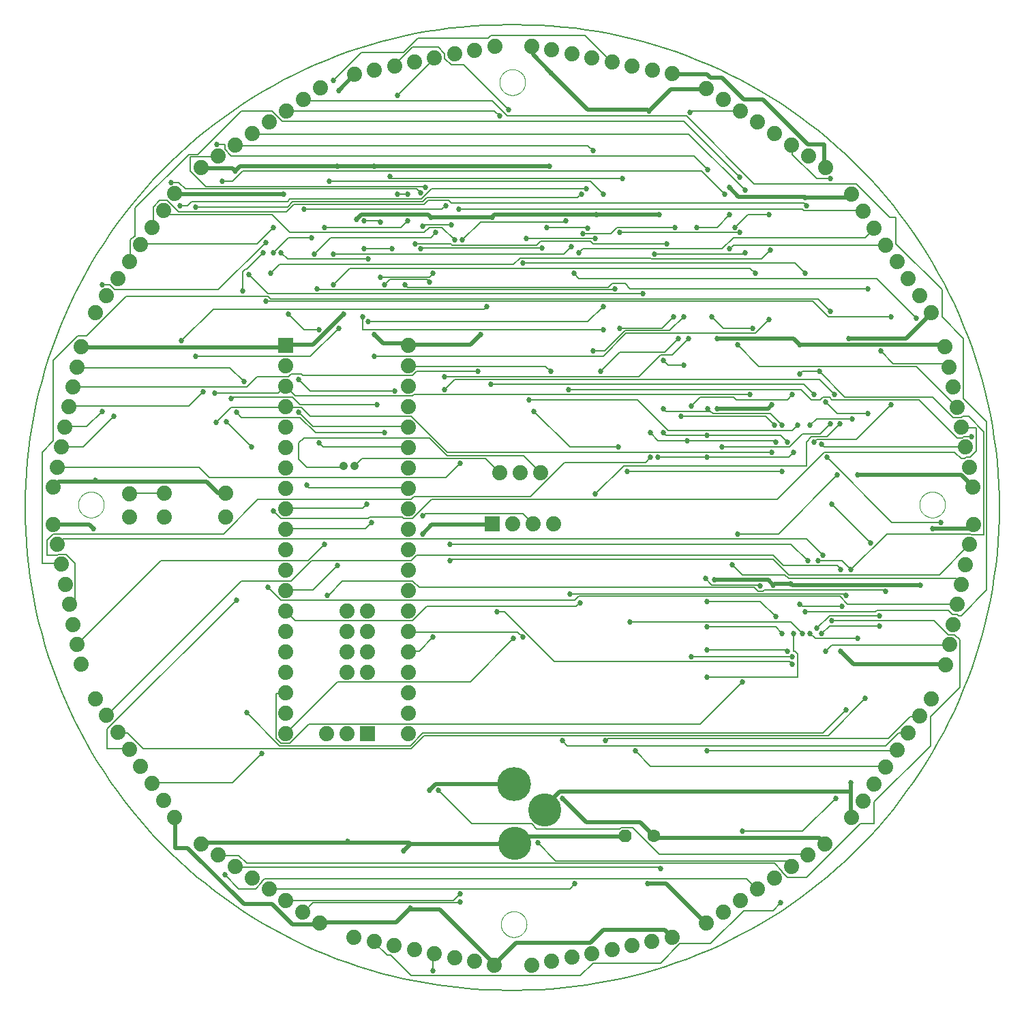
<source format=gbl>
G75*
%MOIN*%
%OFA0B0*%
%FSLAX25Y25*%
%IPPOS*%
%LPD*%
%AMOC8*
5,1,8,0,0,1.08239X$1,22.5*
%
%ADD10C,0.00600*%
%ADD11C,0.00000*%
%ADD12C,0.07400*%
%ADD13R,0.07400X0.07400*%
%ADD14C,0.04200*%
%ADD15OC8,0.06300*%
%ADD16C,0.06300*%
%ADD17C,0.16598*%
%ADD18C,0.16200*%
%ADD19C,0.02000*%
%ADD20C,0.02700*%
D10*
X0095621Y0067362D02*
X0095857Y0067166D01*
X0105857Y0067166D01*
X0109607Y0063416D01*
X0367732Y0063416D01*
X0371482Y0059666D01*
X0371482Y0059041D01*
X0373982Y0056541D01*
X0383357Y0056541D01*
X0409607Y0082791D01*
X0416482Y0082791D01*
X0416482Y0093416D01*
X0443982Y0120916D01*
X0443982Y0135291D01*
X0458357Y0149666D01*
X0458357Y0172791D01*
X0455857Y0175291D01*
X0452732Y0175291D01*
X0445857Y0182166D01*
X0395857Y0182166D01*
X0394607Y0179666D02*
X0390857Y0175916D01*
X0388357Y0178416D02*
X0394607Y0184666D01*
X0418982Y0184666D01*
X0417107Y0186541D02*
X0417732Y0187166D01*
X0452732Y0187166D01*
X0454607Y0185291D01*
X0457107Y0185291D01*
X0457732Y0184666D01*
X0458982Y0184666D01*
X0471482Y0197166D01*
X0471482Y0279666D01*
X0460232Y0290916D01*
X0460232Y0320291D01*
X0449607Y0330916D01*
X0449607Y0344041D01*
X0427107Y0366541D01*
X0427107Y0379666D01*
X0423982Y0379666D01*
X0407732Y0395916D01*
X0357732Y0395916D01*
X0324607Y0429041D01*
X0237107Y0429041D01*
X0229607Y0436541D01*
X0137732Y0436541D01*
X0137289Y0437162D01*
X0128979Y0431599D02*
X0128982Y0431541D01*
X0230857Y0431541D01*
X0233357Y0429041D01*
X0237732Y0432166D02*
X0215857Y0454041D01*
X0209607Y0454041D01*
X0206482Y0457166D01*
X0206482Y0459666D01*
X0203357Y0462791D01*
X0190857Y0462791D01*
X0182107Y0454041D01*
X0181909Y0453484D01*
X0186482Y0460291D02*
X0193357Y0467166D01*
X0227732Y0467166D01*
X0228982Y0468416D01*
X0275232Y0468416D01*
X0287732Y0455916D01*
X0288296Y0455550D01*
X0323357Y0426541D02*
X0127107Y0426541D01*
X0122107Y0431541D01*
X0107107Y0431541D01*
X0085857Y0410291D01*
X0081482Y0410291D01*
X0055232Y0384041D01*
X0055232Y0370291D01*
X0054607Y0370291D01*
X0052732Y0368416D01*
X0052732Y0357791D01*
X0052325Y0357773D01*
X0057873Y0366092D02*
X0058357Y0366541D01*
X0114607Y0366541D01*
X0122732Y0374666D01*
X0118982Y0367166D02*
X0095857Y0344041D01*
X0045232Y0344041D01*
X0042732Y0346541D01*
X0038982Y0346541D01*
X0050857Y0340916D02*
X0031482Y0321541D01*
X0027107Y0321541D01*
X0015232Y0309666D01*
X0015232Y0270291D01*
X0009607Y0264666D01*
X0009607Y0210291D01*
X0018982Y0210291D01*
X0018991Y0209719D01*
X0017107Y0214041D02*
X0012107Y0214041D01*
X0012107Y0221541D01*
X0015232Y0224666D01*
X0098357Y0224666D01*
X0115232Y0241541D01*
X0190232Y0241541D01*
X0191482Y0242791D01*
X0248357Y0242791D01*
X0265232Y0259666D01*
X0304607Y0259666D01*
X0307107Y0262166D01*
X0310857Y0262166D02*
X0334607Y0262166D01*
X0374607Y0262166D01*
X0377107Y0264666D01*
X0375232Y0267166D02*
X0342107Y0267166D01*
X0334607Y0272791D02*
X0314607Y0272791D01*
X0313357Y0274041D01*
X0315857Y0275291D02*
X0300857Y0290291D01*
X0247732Y0290291D01*
X0250232Y0284666D02*
X0267732Y0267166D01*
X0291482Y0267166D01*
X0293982Y0257791D02*
X0280232Y0244041D01*
X0295857Y0255291D02*
X0371482Y0255291D01*
X0366482Y0264666D02*
X0207732Y0264666D01*
X0190232Y0282166D01*
X0140857Y0282166D01*
X0136482Y0286541D01*
X0128982Y0286541D01*
X0128780Y0286772D01*
X0128357Y0286541D01*
X0102107Y0286541D01*
X0094607Y0279041D01*
X0099607Y0279666D02*
X0112107Y0267166D01*
X0107107Y0281541D02*
X0104607Y0284041D01*
X0107107Y0281541D02*
X0135857Y0281541D01*
X0143357Y0274041D01*
X0177107Y0274041D01*
X0166149Y0261541D02*
X0162380Y0257772D01*
X0157180Y0257772D02*
X0156613Y0257206D01*
X0139095Y0257206D01*
X0135158Y0261143D01*
X0135158Y0269017D01*
X0137683Y0271541D01*
X0198982Y0271541D01*
X0207732Y0262791D01*
X0245232Y0262791D01*
X0253357Y0254666D01*
X0253564Y0254646D01*
X0241457Y0473740D02*
X0247165Y0473671D01*
X0252870Y0473464D01*
X0258568Y0473119D01*
X0264256Y0472637D01*
X0269930Y0472018D01*
X0275588Y0471261D01*
X0281226Y0470368D01*
X0286841Y0469339D01*
X0292430Y0468175D01*
X0297988Y0466876D01*
X0303514Y0465443D01*
X0309003Y0463877D01*
X0314453Y0462179D01*
X0319860Y0460349D01*
X0325222Y0458390D01*
X0330534Y0456301D01*
X0335795Y0454085D01*
X0341000Y0451742D01*
X0346148Y0449274D01*
X0351234Y0446682D01*
X0356256Y0443969D01*
X0361211Y0441134D01*
X0366096Y0438181D01*
X0370909Y0435111D01*
X0375645Y0431925D01*
X0380304Y0428626D01*
X0384881Y0425215D01*
X0389374Y0421695D01*
X0393782Y0418067D01*
X0398100Y0414333D01*
X0402327Y0410497D01*
X0406459Y0406559D01*
X0410496Y0402522D01*
X0414434Y0398390D01*
X0418270Y0394163D01*
X0422004Y0389845D01*
X0425632Y0385437D01*
X0429152Y0380944D01*
X0432563Y0376367D01*
X0435862Y0371708D01*
X0439048Y0366972D01*
X0442118Y0362159D01*
X0445071Y0357274D01*
X0447906Y0352319D01*
X0450619Y0347297D01*
X0453211Y0342211D01*
X0455679Y0337063D01*
X0458022Y0331858D01*
X0460238Y0326597D01*
X0462327Y0321285D01*
X0464286Y0315923D01*
X0466116Y0310516D01*
X0467814Y0305066D01*
X0469380Y0299577D01*
X0470813Y0294051D01*
X0472112Y0288493D01*
X0473276Y0282904D01*
X0474305Y0277289D01*
X0475198Y0271651D01*
X0475955Y0265993D01*
X0476574Y0260319D01*
X0477056Y0254631D01*
X0477401Y0248933D01*
X0477608Y0243228D01*
X0477677Y0237520D01*
X0470232Y0224041D02*
X0463982Y0224041D01*
X0463357Y0224666D01*
X0422732Y0224666D01*
X0405232Y0207166D01*
X0400857Y0211541D01*
X0388982Y0211541D01*
X0391482Y0214041D02*
X0383357Y0222166D01*
X0019607Y0222166D01*
X0017107Y0219666D01*
X0017031Y0219526D01*
X0017732Y0214666D02*
X0021482Y0214666D01*
X0025857Y0210291D01*
X0025857Y0190291D01*
X0023357Y0190291D01*
X0022910Y0190107D01*
X0027107Y0170916D02*
X0026829Y0170495D01*
X0027107Y0170916D02*
X0067732Y0211541D01*
X0139607Y0211541D01*
X0147732Y0219666D01*
X0141482Y0211541D02*
X0131482Y0201541D01*
X0107107Y0201541D01*
X0041482Y0135916D01*
X0041192Y0135681D01*
X0041482Y0129041D02*
X0041482Y0119666D01*
X0052107Y0119666D01*
X0052317Y0119061D01*
X0058982Y0119666D02*
X0051482Y0127166D01*
X0047107Y0127166D01*
X0046755Y0127371D01*
X0041482Y0129041D02*
X0104607Y0192166D01*
X0120232Y0198416D02*
X0126482Y0192166D01*
X0270232Y0192166D01*
X0272107Y0194041D01*
X0399607Y0194041D01*
X0403357Y0190291D01*
X0457107Y0190291D01*
X0457166Y0190050D01*
X0459109Y0199860D02*
X0458982Y0200291D01*
X0456482Y0202791D01*
X0374607Y0202791D01*
X0372732Y0204666D01*
X0352107Y0204666D01*
X0347107Y0209666D01*
X0337107Y0199666D02*
X0333982Y0202791D01*
X0337107Y0199666D02*
X0360232Y0199666D01*
X0360857Y0199041D01*
X0362732Y0197166D02*
X0362107Y0196541D01*
X0359607Y0196541D01*
X0357732Y0198416D01*
X0193982Y0198416D01*
X0190857Y0201541D01*
X0156482Y0201541D01*
X0149607Y0194666D01*
X0148982Y0194666D01*
X0142107Y0197166D02*
X0128982Y0197166D01*
X0128780Y0196772D01*
X0128780Y0186772D02*
X0128982Y0186541D01*
X0133357Y0182166D01*
X0190857Y0182166D01*
X0197732Y0189041D01*
X0270857Y0189041D01*
X0272732Y0190916D01*
X0267732Y0195291D02*
X0402107Y0195291D01*
X0402732Y0194666D01*
X0400857Y0189041D02*
X0381482Y0189041D01*
X0380232Y0190291D01*
X0382732Y0186541D02*
X0417107Y0186541D01*
X0418982Y0179666D02*
X0394607Y0179666D01*
X0387732Y0173416D02*
X0408357Y0173416D01*
X0395857Y0170291D02*
X0452732Y0170291D01*
X0453282Y0170431D01*
X0422107Y0196541D02*
X0421482Y0197166D01*
X0362732Y0197166D01*
X0360857Y0191541D02*
X0334607Y0191541D01*
X0334607Y0179041D02*
X0368357Y0179041D01*
X0371482Y0175916D01*
X0377107Y0175916D02*
X0377107Y0167166D01*
X0377732Y0167166D01*
X0378982Y0165916D01*
X0378982Y0154666D01*
X0334607Y0154666D01*
X0327107Y0164666D02*
X0376482Y0164666D01*
X0375232Y0162166D02*
X0260232Y0162166D01*
X0235857Y0186541D01*
X0232107Y0186541D01*
X0242107Y0176541D02*
X0188982Y0176541D01*
X0188780Y0176772D01*
X0188982Y0167166D02*
X0188780Y0166772D01*
X0188982Y0167166D02*
X0193982Y0167166D01*
X0200857Y0174041D01*
X0218982Y0152166D02*
X0240232Y0173416D01*
X0242107Y0176541D02*
X0244607Y0174041D01*
X0218982Y0152166D02*
X0153982Y0152166D01*
X0128982Y0127166D01*
X0128780Y0126772D01*
X0130857Y0122166D02*
X0126482Y0122166D01*
X0123982Y0124666D01*
X0123982Y0146541D01*
X0128357Y0146541D01*
X0128780Y0146772D01*
X0140232Y0131541D02*
X0130857Y0122166D01*
X0125857Y0120916D02*
X0109607Y0137166D01*
X0117107Y0117166D02*
X0102732Y0102791D01*
X0063982Y0102791D01*
X0063443Y0102441D01*
X0058982Y0119666D02*
X0190232Y0119666D01*
X0196482Y0125916D01*
X0393982Y0125916D01*
X0412107Y0144041D01*
X0402732Y0138416D02*
X0391482Y0127166D01*
X0195857Y0127166D01*
X0189607Y0120916D01*
X0125857Y0120916D01*
X0140232Y0131541D02*
X0331482Y0131541D01*
X0352107Y0152166D01*
X0334607Y0167791D02*
X0373357Y0167791D01*
X0373982Y0167166D01*
X0375232Y0162166D02*
X0376482Y0160916D01*
X0387732Y0173416D02*
X0385232Y0175916D01*
X0381482Y0175916D02*
X0375857Y0181541D01*
X0297107Y0181541D01*
X0249646Y0229646D02*
X0249607Y0229666D01*
X0244607Y0234666D01*
X0197107Y0234666D01*
X0195857Y0233416D01*
X0190857Y0232166D02*
X0200232Y0241541D01*
X0368982Y0241541D01*
X0392107Y0264666D01*
X0455857Y0264666D01*
X0458982Y0261541D01*
X0460857Y0261541D01*
X0461482Y0262166D01*
X0463357Y0262166D01*
X0466482Y0265291D01*
X0466482Y0276541D01*
X0459607Y0276541D01*
X0459019Y0276825D01*
X0458982Y0281541D02*
X0459607Y0282166D01*
X0462732Y0282166D01*
X0470232Y0274666D01*
X0470232Y0224041D01*
X0462994Y0219479D02*
X0462732Y0219041D01*
X0448357Y0204666D01*
X0374607Y0204666D01*
X0367107Y0212166D01*
X0209607Y0212166D01*
X0208982Y0211541D01*
X0208982Y0219666D02*
X0375857Y0219666D01*
X0383982Y0211541D01*
X0372107Y0209041D02*
X0367107Y0214041D01*
X0192732Y0214041D01*
X0190232Y0211541D01*
X0141482Y0211541D01*
X0153982Y0209041D02*
X0142107Y0197166D01*
X0128780Y0226772D02*
X0128982Y0227166D01*
X0167732Y0227166D01*
X0170857Y0230291D01*
X0168982Y0232166D02*
X0169607Y0232791D01*
X0185857Y0232791D01*
X0186482Y0232166D01*
X0190857Y0232166D01*
X0188780Y0246772D02*
X0188357Y0247166D01*
X0140232Y0247166D01*
X0138982Y0248416D01*
X0128982Y0237166D02*
X0128780Y0236772D01*
X0128982Y0237166D02*
X0166482Y0237166D01*
X0168357Y0239041D01*
X0168982Y0232166D02*
X0126482Y0232166D01*
X0122732Y0235916D01*
X0091482Y0252166D02*
X0086482Y0257166D01*
X0017107Y0257166D01*
X0016976Y0257259D01*
X0018918Y0267069D02*
X0018982Y0267166D01*
X0029607Y0267166D01*
X0044607Y0282166D01*
X0038982Y0284666D02*
X0031482Y0277166D01*
X0021482Y0277166D01*
X0020861Y0276878D01*
X0022803Y0286688D02*
X0023357Y0287166D01*
X0081482Y0287166D01*
X0088357Y0294041D01*
X0093982Y0293416D02*
X0125232Y0293416D01*
X0128357Y0296541D01*
X0128780Y0296772D01*
X0128982Y0296541D01*
X0133357Y0292166D01*
X0190857Y0292166D01*
X0191482Y0292791D01*
X0355857Y0292791D01*
X0348982Y0290291D02*
X0347732Y0291541D01*
X0331482Y0291541D01*
X0327107Y0287166D01*
X0322107Y0282166D02*
X0363357Y0282166D01*
X0367732Y0277791D01*
X0371482Y0277791D02*
X0365857Y0283416D01*
X0337732Y0283416D01*
X0336482Y0284666D01*
X0314607Y0284666D01*
X0313357Y0285916D01*
X0315857Y0275291D02*
X0376482Y0275291D01*
X0378982Y0277791D01*
X0381482Y0273416D02*
X0375232Y0267166D01*
X0373982Y0269666D02*
X0370857Y0272791D01*
X0334607Y0272791D01*
X0325232Y0270291D02*
X0310857Y0270291D01*
X0307107Y0274041D01*
X0325232Y0270291D02*
X0367732Y0270291D01*
X0368357Y0269666D01*
X0381482Y0273416D02*
X0390232Y0273416D01*
X0395232Y0278416D01*
X0399607Y0278416D02*
X0393357Y0272166D01*
X0385857Y0272166D01*
X0383357Y0269666D01*
X0383357Y0257791D01*
X0293982Y0257791D01*
X0267107Y0295291D02*
X0380857Y0295291D01*
X0385857Y0290291D01*
X0390232Y0290291D01*
X0391482Y0291541D01*
X0394607Y0291541D01*
X0395857Y0290291D01*
X0438357Y0290291D01*
X0457107Y0271541D01*
X0459607Y0271541D01*
X0460232Y0272166D01*
X0463982Y0272166D01*
X0460857Y0267166D02*
X0460979Y0267019D01*
X0460857Y0267166D02*
X0392107Y0267166D01*
X0390857Y0268416D01*
X0388357Y0270916D02*
X0407732Y0270916D01*
X0424607Y0287791D01*
X0413357Y0283416D02*
X0398357Y0283416D01*
X0392732Y0289041D01*
X0397107Y0292791D02*
X0389607Y0300291D01*
X0211482Y0300291D01*
X0206482Y0295291D01*
X0206482Y0301541D02*
X0301482Y0301541D01*
X0312107Y0312166D01*
X0317732Y0312166D01*
X0325857Y0320291D01*
X0320857Y0320291D02*
X0313982Y0313416D01*
X0292107Y0313416D01*
X0282732Y0304041D01*
X0283982Y0311541D02*
X0172107Y0311541D01*
X0166482Y0324666D02*
X0283982Y0324666D01*
X0292107Y0325291D02*
X0312732Y0325291D01*
X0318357Y0330916D01*
X0323357Y0330916D02*
X0316482Y0324041D01*
X0294607Y0324041D01*
X0284607Y0314041D01*
X0278982Y0314041D01*
X0283982Y0311541D02*
X0295232Y0322791D01*
X0358357Y0322791D01*
X0365232Y0329666D01*
X0357107Y0325291D02*
X0342732Y0325291D01*
X0337107Y0330916D01*
X0349607Y0317166D02*
X0360232Y0306541D01*
X0437107Y0306541D01*
X0456482Y0287166D01*
X0457060Y0286631D01*
X0455232Y0281541D02*
X0458982Y0281541D01*
X0455232Y0281541D02*
X0445232Y0291541D01*
X0402107Y0291541D01*
X0389607Y0304041D01*
X0381482Y0304041D01*
X0380232Y0302791D01*
X0382107Y0297791D02*
X0228982Y0297791D01*
X0222732Y0304041D02*
X0192732Y0304041D01*
X0190857Y0302166D01*
X0137107Y0302166D01*
X0136482Y0302791D01*
X0131482Y0302791D01*
X0130232Y0301541D01*
X0114607Y0301541D01*
X0109607Y0296541D01*
X0025232Y0296541D01*
X0024745Y0296497D01*
X0027107Y0305916D02*
X0026688Y0306307D01*
X0027107Y0305916D02*
X0101482Y0305916D01*
X0108357Y0299041D01*
X0102732Y0291541D02*
X0132107Y0291541D01*
X0135857Y0287791D01*
X0173357Y0287791D01*
X0182107Y0294666D02*
X0140857Y0294666D01*
X0135232Y0300291D01*
X0140857Y0311541D02*
X0084607Y0311541D01*
X0077732Y0319041D02*
X0093357Y0334666D01*
X0225857Y0334666D01*
X0227107Y0335916D01*
X0240232Y0356541D02*
X0243357Y0359666D01*
X0307107Y0359666D01*
X0307732Y0359041D01*
X0361482Y0359041D01*
X0365857Y0363416D01*
X0355857Y0354666D02*
X0160232Y0354666D01*
X0152107Y0346541D01*
X0144607Y0344041D02*
X0143982Y0344666D01*
X0144607Y0344041D02*
X0288982Y0344041D01*
X0289607Y0344666D01*
X0288357Y0347166D02*
X0294607Y0347166D01*
X0297107Y0344666D01*
X0413357Y0344666D01*
X0417732Y0349666D02*
X0437107Y0330291D01*
X0424607Y0330916D02*
X0393982Y0330916D01*
X0386482Y0338416D01*
X0118982Y0338416D01*
X0120232Y0340916D02*
X0121482Y0339666D01*
X0388982Y0339666D01*
X0395232Y0333416D01*
X0382732Y0352166D02*
X0377732Y0357166D01*
X0244607Y0357166D01*
X0240232Y0356541D02*
X0125857Y0356541D01*
X0121482Y0352166D01*
X0120232Y0342166D02*
X0303357Y0342166D01*
X0288357Y0347166D02*
X0286482Y0345291D01*
X0188357Y0345291D01*
X0187107Y0346541D01*
X0179607Y0349041D02*
X0177107Y0346541D01*
X0179607Y0349041D02*
X0197732Y0349041D01*
X0198982Y0347791D01*
X0198982Y0350291D02*
X0175232Y0350291D01*
X0168982Y0359041D02*
X0129607Y0359041D01*
X0126482Y0362166D01*
X0122732Y0362166D02*
X0130232Y0369666D01*
X0141482Y0369666D01*
X0147732Y0374666D02*
X0185232Y0374666D01*
X0188357Y0377791D01*
X0195857Y0375291D02*
X0196482Y0375916D01*
X0209607Y0375916D01*
X0205232Y0374666D02*
X0198982Y0374666D01*
X0196482Y0372166D01*
X0130857Y0372166D01*
X0122107Y0380916D01*
X0070232Y0380916D01*
X0068982Y0382166D01*
X0068970Y0382731D01*
X0063982Y0384666D02*
X0067107Y0387791D01*
X0070857Y0387791D01*
X0076482Y0382166D01*
X0128982Y0382166D01*
X0132732Y0385916D01*
X0196482Y0385916D01*
X0198357Y0387791D01*
X0208357Y0387791D01*
X0209607Y0386541D01*
X0382107Y0386541D01*
X0383357Y0385291D01*
X0381482Y0383416D02*
X0382107Y0382791D01*
X0410857Y0382791D01*
X0410963Y0382607D01*
X0416526Y0374297D02*
X0416482Y0374041D01*
X0412107Y0369666D01*
X0347732Y0369666D01*
X0342107Y0364041D01*
X0273982Y0364041D01*
X0272107Y0362166D01*
X0268357Y0365291D02*
X0264607Y0361541D01*
X0152107Y0361541D01*
X0150857Y0369666D02*
X0142732Y0361541D01*
X0150857Y0369666D02*
X0199607Y0369666D01*
X0202107Y0372166D01*
X0205232Y0374666D02*
X0211482Y0368416D01*
X0209607Y0366541D02*
X0210232Y0365916D01*
X0251482Y0365916D01*
X0253357Y0367791D01*
X0277732Y0367791D01*
X0278982Y0366541D01*
X0315232Y0366541D01*
X0308982Y0361541D02*
X0352732Y0361541D01*
X0353357Y0362166D01*
X0347732Y0365916D02*
X0421482Y0365916D01*
X0422089Y0365987D01*
X0417732Y0349666D02*
X0272107Y0349666D01*
X0269607Y0352166D01*
X0280232Y0369041D02*
X0246482Y0369041D01*
X0253982Y0364666D02*
X0195232Y0364666D01*
X0194607Y0364041D01*
X0192107Y0366541D02*
X0209607Y0366541D01*
X0215232Y0368416D02*
X0223982Y0377166D01*
X0265232Y0377166D01*
X0265857Y0377791D01*
X0256482Y0374666D02*
X0275857Y0374666D01*
X0276482Y0374041D01*
X0273982Y0371541D02*
X0287732Y0371541D01*
X0290857Y0374666D01*
X0318982Y0374666D01*
X0329607Y0374666D02*
X0339607Y0374666D01*
X0345857Y0380916D01*
X0348357Y0374666D02*
X0354607Y0380916D01*
X0365232Y0380916D01*
X0381482Y0383416D02*
X0213357Y0383416D01*
X0207107Y0385291D02*
X0205232Y0383416D01*
X0137732Y0383416D01*
X0132107Y0387166D02*
X0129607Y0384666D01*
X0084607Y0384666D01*
X0082732Y0387166D02*
X0080857Y0385291D01*
X0077107Y0385291D01*
X0082732Y0387166D02*
X0129607Y0387166D01*
X0130857Y0388416D01*
X0195232Y0388416D01*
X0200232Y0393416D01*
X0275857Y0393416D01*
X0273357Y0390916D02*
X0271482Y0389041D01*
X0197732Y0389041D01*
X0195857Y0387166D01*
X0132107Y0387166D01*
X0150232Y0397166D02*
X0277732Y0397166D01*
X0283982Y0390916D01*
X0293357Y0398416D02*
X0180857Y0398416D01*
X0179607Y0399666D01*
X0183357Y0390916D02*
X0188357Y0390916D01*
X0192732Y0393416D02*
X0079607Y0393416D01*
X0076482Y0396541D01*
X0072732Y0396541D01*
X0082107Y0402166D02*
X0082107Y0409041D01*
X0095232Y0409041D01*
X0095740Y0409347D01*
X0098982Y0412791D02*
X0098982Y0415291D01*
X0095232Y0415291D01*
X0098982Y0412791D02*
X0102107Y0409666D01*
X0328357Y0409666D01*
X0335232Y0402791D01*
X0332107Y0402166D02*
X0107732Y0402166D01*
X0102732Y0397166D01*
X0097732Y0397166D01*
X0089607Y0394666D02*
X0082107Y0402166D01*
X0089607Y0394666D02*
X0196482Y0394666D01*
X0197107Y0394041D01*
X0194607Y0391541D02*
X0192732Y0393416D01*
X0175232Y0377166D02*
X0174607Y0377791D01*
X0167107Y0377791D01*
X0167107Y0364041D02*
X0180857Y0364041D01*
X0198982Y0350291D02*
X0200857Y0352166D01*
X0168982Y0328416D02*
X0276482Y0328416D01*
X0283982Y0335916D01*
X0313357Y0309666D02*
X0315857Y0307166D01*
X0323357Y0307166D01*
X0335232Y0285916D02*
X0336482Y0284666D01*
X0348982Y0290291D02*
X0373982Y0290291D01*
X0376482Y0292791D01*
X0382107Y0297791D02*
X0387107Y0292791D01*
X0388357Y0280916D02*
X0405857Y0280916D01*
X0388357Y0280916D02*
X0385232Y0277791D01*
X0388357Y0270916D02*
X0387107Y0269666D01*
X0393357Y0262166D02*
X0425232Y0230291D01*
X0448982Y0230291D01*
X0414607Y0220291D02*
X0395857Y0239041D01*
X0398357Y0253416D02*
X0369607Y0224666D01*
X0349607Y0224666D01*
X0372107Y0209041D02*
X0398357Y0209041D01*
X0400232Y0207166D01*
X0368357Y0184041D02*
X0360857Y0191541D01*
X0392732Y0167166D02*
X0395857Y0170291D01*
X0433982Y0135291D02*
X0438357Y0135291D01*
X0438735Y0135602D01*
X0433982Y0135291D02*
X0423357Y0124666D01*
X0286482Y0124666D01*
X0285232Y0123416D01*
X0299607Y0118416D02*
X0307107Y0110916D01*
X0421482Y0110916D01*
X0422090Y0110643D01*
X0427107Y0118416D02*
X0427638Y0118963D01*
X0427107Y0118416D02*
X0334607Y0118416D01*
X0298357Y0080916D02*
X0311482Y0067791D01*
X0383982Y0067791D01*
X0384223Y0067392D01*
X0375857Y0062166D02*
X0375913Y0061829D01*
X0375857Y0062166D02*
X0373357Y0064666D01*
X0260857Y0064666D01*
X0252107Y0073416D01*
X0251482Y0080291D02*
X0292107Y0080291D01*
X0292732Y0080916D01*
X0298357Y0080916D01*
X0311482Y0061541D02*
X0103982Y0061541D01*
X0103941Y0061813D01*
X0098982Y0057791D02*
X0105857Y0050916D01*
X0113982Y0050916D01*
X0117107Y0054041D01*
X0117107Y0054666D01*
X0118357Y0055916D01*
X0353982Y0055916D01*
X0358982Y0050916D01*
X0359293Y0050703D01*
X0352732Y0040291D02*
X0336482Y0024041D01*
X0321482Y0024041D01*
X0312107Y0014666D01*
X0278982Y0014666D01*
X0272732Y0008416D01*
X0190232Y0008416D01*
X0180232Y0018416D01*
X0178357Y0018416D01*
X0172107Y0024666D01*
X0172048Y0025073D01*
X0200857Y0019041D02*
X0200857Y0010916D01*
X0200857Y0019041D02*
X0201477Y0019245D01*
X0213357Y0044041D02*
X0142107Y0044041D01*
X0137732Y0039666D01*
X0137219Y0039619D01*
X0128982Y0045291D02*
X0128899Y0045168D01*
X0128982Y0045291D02*
X0210857Y0045291D01*
X0213982Y0048416D01*
X0213982Y0044666D02*
X0213357Y0044041D01*
X0219607Y0082791D02*
X0248982Y0082791D01*
X0251482Y0080291D01*
X0270232Y0053416D02*
X0267732Y0050916D01*
X0120857Y0050916D01*
X0120580Y0050716D01*
X0203357Y0099041D02*
X0219607Y0082791D01*
X0263982Y0123416D02*
X0266482Y0120916D01*
X0422107Y0120916D01*
X0428357Y0127166D01*
X0432732Y0127166D01*
X0433186Y0127282D01*
X0397732Y0095291D02*
X0381482Y0079041D01*
X0352107Y0079041D01*
X0370857Y0044041D02*
X0367107Y0040291D01*
X0352732Y0040291D01*
X0312107Y0060916D02*
X0311482Y0061541D01*
X0241457Y0001300D02*
X0237520Y0001300D01*
X0017732Y0214666D02*
X0017107Y0214041D01*
X0052481Y0244283D02*
X0052732Y0244666D01*
X0068982Y0244666D01*
X0069469Y0244509D01*
X0091482Y0252166D02*
X0207107Y0252166D01*
X0213982Y0259041D01*
X0226482Y0261541D02*
X0166149Y0261541D01*
X0147107Y0267166D02*
X0188357Y0267166D01*
X0188780Y0266772D01*
X0188780Y0276772D02*
X0188357Y0277166D01*
X0142107Y0277166D01*
X0135232Y0284041D01*
X0145232Y0269041D02*
X0147107Y0267166D01*
X0140857Y0311541D02*
X0154607Y0325291D01*
X0145232Y0324666D02*
X0137732Y0324666D01*
X0130232Y0332166D01*
X0120232Y0340916D02*
X0050857Y0340916D01*
X0063422Y0374412D02*
X0063982Y0374666D01*
X0063982Y0384666D01*
X0104050Y0414910D02*
X0104607Y0414666D01*
X0276482Y0414666D01*
X0278982Y0412166D01*
X0292107Y0372166D02*
X0350857Y0372166D01*
X0347732Y0365916D02*
X0345857Y0364041D01*
X0355857Y0354666D02*
X0358357Y0352166D01*
X0353357Y0392791D02*
X0325857Y0420291D01*
X0112732Y0420291D01*
X0112360Y0420473D01*
X0152107Y0446541D02*
X0165857Y0460291D01*
X0186482Y0460291D01*
X0201522Y0457403D02*
X0201482Y0457166D01*
X0183357Y0439041D01*
X0237520Y0473741D02*
X0241457Y0473741D01*
X0323357Y0426541D02*
X0350857Y0399041D01*
X0343357Y0390916D02*
X0332107Y0402166D01*
X0326482Y0430916D02*
X0327107Y0431541D01*
X0350857Y0431541D01*
X0351064Y0431570D01*
X0376023Y0414925D02*
X0376482Y0414666D01*
X0376482Y0410291D01*
X0388357Y0398416D01*
X0395232Y0398416D01*
X0419607Y0314041D02*
X0425857Y0307791D01*
X0451482Y0307791D01*
X0452732Y0306541D01*
X0453141Y0306243D01*
X0258357Y0304041D02*
X0255857Y0306541D01*
X0188982Y0306541D01*
X0188780Y0306772D01*
X0166482Y0324666D02*
X0166482Y0330916D01*
X0120232Y0342166D02*
X0110857Y0351541D01*
X0109607Y0354041D02*
X0108982Y0354041D01*
X0107732Y0352791D01*
X0107732Y0343416D01*
X0109607Y0354041D02*
X0117732Y0362166D01*
X0102732Y0291541D02*
X0102107Y0290916D01*
X0226482Y0261541D02*
X0233357Y0254666D01*
X0233564Y0254646D01*
X0001300Y0237520D02*
X0001369Y0231812D01*
X0001576Y0226107D01*
X0001921Y0220409D01*
X0002403Y0214721D01*
X0003022Y0209047D01*
X0003779Y0203389D01*
X0004672Y0197751D01*
X0005701Y0192136D01*
X0006865Y0186547D01*
X0008164Y0180989D01*
X0009597Y0175463D01*
X0011163Y0169974D01*
X0012861Y0164524D01*
X0014691Y0159117D01*
X0016650Y0153755D01*
X0018739Y0148443D01*
X0020955Y0143182D01*
X0023298Y0137977D01*
X0025766Y0132829D01*
X0028358Y0127743D01*
X0031071Y0122721D01*
X0033906Y0117766D01*
X0036859Y0112881D01*
X0039929Y0108068D01*
X0043115Y0103332D01*
X0046414Y0098673D01*
X0049825Y0094096D01*
X0053345Y0089603D01*
X0056973Y0085195D01*
X0060707Y0080877D01*
X0064543Y0076650D01*
X0068481Y0072518D01*
X0072518Y0068481D01*
X0076650Y0064543D01*
X0080877Y0060707D01*
X0085195Y0056973D01*
X0089603Y0053345D01*
X0094096Y0049825D01*
X0098673Y0046414D01*
X0103332Y0043115D01*
X0108068Y0039929D01*
X0112881Y0036859D01*
X0117766Y0033906D01*
X0122721Y0031071D01*
X0127743Y0028358D01*
X0132829Y0025766D01*
X0137977Y0023298D01*
X0143182Y0020955D01*
X0148443Y0018739D01*
X0153755Y0016650D01*
X0159117Y0014691D01*
X0164524Y0012861D01*
X0169974Y0011163D01*
X0175463Y0009597D01*
X0180989Y0008164D01*
X0186547Y0006865D01*
X0192136Y0005701D01*
X0197751Y0004672D01*
X0203389Y0003779D01*
X0209047Y0003022D01*
X0214721Y0002403D01*
X0220409Y0001921D01*
X0226107Y0001576D01*
X0231812Y0001369D01*
X0237520Y0001300D01*
X0001300Y0237520D02*
X0001369Y0243228D01*
X0001576Y0248933D01*
X0001921Y0254631D01*
X0002403Y0260319D01*
X0003022Y0265993D01*
X0003779Y0271651D01*
X0004672Y0277289D01*
X0005701Y0282904D01*
X0006865Y0288493D01*
X0008164Y0294051D01*
X0009597Y0299577D01*
X0011163Y0305066D01*
X0012861Y0310516D01*
X0014691Y0315923D01*
X0016650Y0321285D01*
X0018739Y0326597D01*
X0020955Y0331858D01*
X0023298Y0337063D01*
X0025766Y0342211D01*
X0028358Y0347297D01*
X0031071Y0352319D01*
X0033906Y0357274D01*
X0036859Y0362159D01*
X0039929Y0366972D01*
X0043115Y0371708D01*
X0046414Y0376367D01*
X0049825Y0380944D01*
X0053345Y0385437D01*
X0056973Y0389845D01*
X0060707Y0394163D01*
X0064543Y0398390D01*
X0068481Y0402522D01*
X0072518Y0406559D01*
X0076650Y0410497D01*
X0080877Y0414333D01*
X0085195Y0418067D01*
X0089603Y0421695D01*
X0094096Y0425215D01*
X0098673Y0428626D01*
X0103332Y0431925D01*
X0108068Y0435111D01*
X0112881Y0438181D01*
X0117766Y0441134D01*
X0122721Y0443969D01*
X0127743Y0446682D01*
X0132829Y0449274D01*
X0137977Y0451742D01*
X0143182Y0454085D01*
X0148443Y0456301D01*
X0153755Y0458390D01*
X0159117Y0460349D01*
X0164524Y0462179D01*
X0169974Y0463877D01*
X0175463Y0465443D01*
X0180989Y0466876D01*
X0186547Y0468175D01*
X0192136Y0469339D01*
X0197751Y0470368D01*
X0203389Y0471261D01*
X0209047Y0472018D01*
X0214721Y0472637D01*
X0220409Y0473119D01*
X0226107Y0473464D01*
X0231812Y0473671D01*
X0237520Y0473740D01*
X0477677Y0237520D02*
X0477608Y0231812D01*
X0477401Y0226107D01*
X0477056Y0220409D01*
X0476574Y0214721D01*
X0475955Y0209047D01*
X0475198Y0203389D01*
X0474305Y0197751D01*
X0473276Y0192136D01*
X0472112Y0186547D01*
X0470813Y0180989D01*
X0469380Y0175463D01*
X0467814Y0169974D01*
X0466116Y0164524D01*
X0464286Y0159117D01*
X0462327Y0153755D01*
X0460238Y0148443D01*
X0458022Y0143182D01*
X0455679Y0137977D01*
X0453211Y0132829D01*
X0450619Y0127743D01*
X0447906Y0122721D01*
X0445071Y0117766D01*
X0442118Y0112881D01*
X0439048Y0108068D01*
X0435862Y0103332D01*
X0432563Y0098673D01*
X0429152Y0094096D01*
X0425632Y0089603D01*
X0422004Y0085195D01*
X0418270Y0080877D01*
X0414434Y0076650D01*
X0410496Y0072518D01*
X0406459Y0068481D01*
X0402327Y0064543D01*
X0398100Y0060707D01*
X0393782Y0056973D01*
X0389374Y0053345D01*
X0384881Y0049825D01*
X0380304Y0046414D01*
X0375645Y0043115D01*
X0370909Y0039929D01*
X0366096Y0036859D01*
X0361211Y0033906D01*
X0356256Y0031071D01*
X0351234Y0028358D01*
X0346148Y0025766D01*
X0341000Y0023298D01*
X0335795Y0020955D01*
X0330534Y0018739D01*
X0325222Y0016650D01*
X0319860Y0014691D01*
X0314453Y0012861D01*
X0309003Y0011163D01*
X0303514Y0009597D01*
X0297988Y0008164D01*
X0292430Y0006865D01*
X0286841Y0005701D01*
X0281226Y0004672D01*
X0275588Y0003779D01*
X0269930Y0003022D01*
X0264256Y0002403D01*
X0258568Y0001921D01*
X0252870Y0001576D01*
X0247165Y0001369D01*
X0241457Y0001300D01*
D11*
X0233977Y0033583D02*
X0233979Y0033741D01*
X0233985Y0033899D01*
X0233995Y0034057D01*
X0234009Y0034215D01*
X0234027Y0034372D01*
X0234048Y0034529D01*
X0234074Y0034685D01*
X0234104Y0034841D01*
X0234137Y0034996D01*
X0234175Y0035149D01*
X0234216Y0035302D01*
X0234261Y0035454D01*
X0234310Y0035605D01*
X0234363Y0035754D01*
X0234419Y0035902D01*
X0234479Y0036048D01*
X0234543Y0036193D01*
X0234611Y0036336D01*
X0234682Y0036478D01*
X0234756Y0036618D01*
X0234834Y0036755D01*
X0234916Y0036891D01*
X0235000Y0037025D01*
X0235089Y0037156D01*
X0235180Y0037285D01*
X0235275Y0037412D01*
X0235372Y0037537D01*
X0235473Y0037659D01*
X0235577Y0037778D01*
X0235684Y0037895D01*
X0235794Y0038009D01*
X0235907Y0038120D01*
X0236022Y0038229D01*
X0236140Y0038334D01*
X0236261Y0038436D01*
X0236384Y0038536D01*
X0236510Y0038632D01*
X0236638Y0038725D01*
X0236768Y0038815D01*
X0236901Y0038901D01*
X0237036Y0038985D01*
X0237172Y0039064D01*
X0237311Y0039141D01*
X0237452Y0039213D01*
X0237594Y0039283D01*
X0237738Y0039348D01*
X0237884Y0039410D01*
X0238031Y0039468D01*
X0238180Y0039523D01*
X0238330Y0039574D01*
X0238481Y0039621D01*
X0238633Y0039664D01*
X0238786Y0039703D01*
X0238941Y0039739D01*
X0239096Y0039770D01*
X0239252Y0039798D01*
X0239408Y0039822D01*
X0239565Y0039842D01*
X0239723Y0039858D01*
X0239880Y0039870D01*
X0240039Y0039878D01*
X0240197Y0039882D01*
X0240355Y0039882D01*
X0240513Y0039878D01*
X0240672Y0039870D01*
X0240829Y0039858D01*
X0240987Y0039842D01*
X0241144Y0039822D01*
X0241300Y0039798D01*
X0241456Y0039770D01*
X0241611Y0039739D01*
X0241766Y0039703D01*
X0241919Y0039664D01*
X0242071Y0039621D01*
X0242222Y0039574D01*
X0242372Y0039523D01*
X0242521Y0039468D01*
X0242668Y0039410D01*
X0242814Y0039348D01*
X0242958Y0039283D01*
X0243100Y0039213D01*
X0243241Y0039141D01*
X0243380Y0039064D01*
X0243516Y0038985D01*
X0243651Y0038901D01*
X0243784Y0038815D01*
X0243914Y0038725D01*
X0244042Y0038632D01*
X0244168Y0038536D01*
X0244291Y0038436D01*
X0244412Y0038334D01*
X0244530Y0038229D01*
X0244645Y0038120D01*
X0244758Y0038009D01*
X0244868Y0037895D01*
X0244975Y0037778D01*
X0245079Y0037659D01*
X0245180Y0037537D01*
X0245277Y0037412D01*
X0245372Y0037285D01*
X0245463Y0037156D01*
X0245552Y0037025D01*
X0245636Y0036891D01*
X0245718Y0036755D01*
X0245796Y0036618D01*
X0245870Y0036478D01*
X0245941Y0036336D01*
X0246009Y0036193D01*
X0246073Y0036048D01*
X0246133Y0035902D01*
X0246189Y0035754D01*
X0246242Y0035605D01*
X0246291Y0035454D01*
X0246336Y0035302D01*
X0246377Y0035149D01*
X0246415Y0034996D01*
X0246448Y0034841D01*
X0246478Y0034685D01*
X0246504Y0034529D01*
X0246525Y0034372D01*
X0246543Y0034215D01*
X0246557Y0034057D01*
X0246567Y0033899D01*
X0246573Y0033741D01*
X0246575Y0033583D01*
X0246573Y0033425D01*
X0246567Y0033267D01*
X0246557Y0033109D01*
X0246543Y0032951D01*
X0246525Y0032794D01*
X0246504Y0032637D01*
X0246478Y0032481D01*
X0246448Y0032325D01*
X0246415Y0032170D01*
X0246377Y0032017D01*
X0246336Y0031864D01*
X0246291Y0031712D01*
X0246242Y0031561D01*
X0246189Y0031412D01*
X0246133Y0031264D01*
X0246073Y0031118D01*
X0246009Y0030973D01*
X0245941Y0030830D01*
X0245870Y0030688D01*
X0245796Y0030548D01*
X0245718Y0030411D01*
X0245636Y0030275D01*
X0245552Y0030141D01*
X0245463Y0030010D01*
X0245372Y0029881D01*
X0245277Y0029754D01*
X0245180Y0029629D01*
X0245079Y0029507D01*
X0244975Y0029388D01*
X0244868Y0029271D01*
X0244758Y0029157D01*
X0244645Y0029046D01*
X0244530Y0028937D01*
X0244412Y0028832D01*
X0244291Y0028730D01*
X0244168Y0028630D01*
X0244042Y0028534D01*
X0243914Y0028441D01*
X0243784Y0028351D01*
X0243651Y0028265D01*
X0243516Y0028181D01*
X0243380Y0028102D01*
X0243241Y0028025D01*
X0243100Y0027953D01*
X0242958Y0027883D01*
X0242814Y0027818D01*
X0242668Y0027756D01*
X0242521Y0027698D01*
X0242372Y0027643D01*
X0242222Y0027592D01*
X0242071Y0027545D01*
X0241919Y0027502D01*
X0241766Y0027463D01*
X0241611Y0027427D01*
X0241456Y0027396D01*
X0241300Y0027368D01*
X0241144Y0027344D01*
X0240987Y0027324D01*
X0240829Y0027308D01*
X0240672Y0027296D01*
X0240513Y0027288D01*
X0240355Y0027284D01*
X0240197Y0027284D01*
X0240039Y0027288D01*
X0239880Y0027296D01*
X0239723Y0027308D01*
X0239565Y0027324D01*
X0239408Y0027344D01*
X0239252Y0027368D01*
X0239096Y0027396D01*
X0238941Y0027427D01*
X0238786Y0027463D01*
X0238633Y0027502D01*
X0238481Y0027545D01*
X0238330Y0027592D01*
X0238180Y0027643D01*
X0238031Y0027698D01*
X0237884Y0027756D01*
X0237738Y0027818D01*
X0237594Y0027883D01*
X0237452Y0027953D01*
X0237311Y0028025D01*
X0237172Y0028102D01*
X0237036Y0028181D01*
X0236901Y0028265D01*
X0236768Y0028351D01*
X0236638Y0028441D01*
X0236510Y0028534D01*
X0236384Y0028630D01*
X0236261Y0028730D01*
X0236140Y0028832D01*
X0236022Y0028937D01*
X0235907Y0029046D01*
X0235794Y0029157D01*
X0235684Y0029271D01*
X0235577Y0029388D01*
X0235473Y0029507D01*
X0235372Y0029629D01*
X0235275Y0029754D01*
X0235180Y0029881D01*
X0235089Y0030010D01*
X0235000Y0030141D01*
X0234916Y0030275D01*
X0234834Y0030411D01*
X0234756Y0030548D01*
X0234682Y0030688D01*
X0234611Y0030830D01*
X0234543Y0030973D01*
X0234479Y0031118D01*
X0234419Y0031264D01*
X0234363Y0031412D01*
X0234310Y0031561D01*
X0234261Y0031712D01*
X0234216Y0031864D01*
X0234175Y0032017D01*
X0234137Y0032170D01*
X0234104Y0032325D01*
X0234074Y0032481D01*
X0234048Y0032637D01*
X0234027Y0032794D01*
X0234009Y0032951D01*
X0233995Y0033109D01*
X0233985Y0033267D01*
X0233979Y0033425D01*
X0233977Y0033583D01*
X0027284Y0238898D02*
X0027286Y0239056D01*
X0027292Y0239214D01*
X0027302Y0239372D01*
X0027316Y0239530D01*
X0027334Y0239687D01*
X0027355Y0239844D01*
X0027381Y0240000D01*
X0027411Y0240156D01*
X0027444Y0240311D01*
X0027482Y0240464D01*
X0027523Y0240617D01*
X0027568Y0240769D01*
X0027617Y0240920D01*
X0027670Y0241069D01*
X0027726Y0241217D01*
X0027786Y0241363D01*
X0027850Y0241508D01*
X0027918Y0241651D01*
X0027989Y0241793D01*
X0028063Y0241933D01*
X0028141Y0242070D01*
X0028223Y0242206D01*
X0028307Y0242340D01*
X0028396Y0242471D01*
X0028487Y0242600D01*
X0028582Y0242727D01*
X0028679Y0242852D01*
X0028780Y0242974D01*
X0028884Y0243093D01*
X0028991Y0243210D01*
X0029101Y0243324D01*
X0029214Y0243435D01*
X0029329Y0243544D01*
X0029447Y0243649D01*
X0029568Y0243751D01*
X0029691Y0243851D01*
X0029817Y0243947D01*
X0029945Y0244040D01*
X0030075Y0244130D01*
X0030208Y0244216D01*
X0030343Y0244300D01*
X0030479Y0244379D01*
X0030618Y0244456D01*
X0030759Y0244528D01*
X0030901Y0244598D01*
X0031045Y0244663D01*
X0031191Y0244725D01*
X0031338Y0244783D01*
X0031487Y0244838D01*
X0031637Y0244889D01*
X0031788Y0244936D01*
X0031940Y0244979D01*
X0032093Y0245018D01*
X0032248Y0245054D01*
X0032403Y0245085D01*
X0032559Y0245113D01*
X0032715Y0245137D01*
X0032872Y0245157D01*
X0033030Y0245173D01*
X0033187Y0245185D01*
X0033346Y0245193D01*
X0033504Y0245197D01*
X0033662Y0245197D01*
X0033820Y0245193D01*
X0033979Y0245185D01*
X0034136Y0245173D01*
X0034294Y0245157D01*
X0034451Y0245137D01*
X0034607Y0245113D01*
X0034763Y0245085D01*
X0034918Y0245054D01*
X0035073Y0245018D01*
X0035226Y0244979D01*
X0035378Y0244936D01*
X0035529Y0244889D01*
X0035679Y0244838D01*
X0035828Y0244783D01*
X0035975Y0244725D01*
X0036121Y0244663D01*
X0036265Y0244598D01*
X0036407Y0244528D01*
X0036548Y0244456D01*
X0036687Y0244379D01*
X0036823Y0244300D01*
X0036958Y0244216D01*
X0037091Y0244130D01*
X0037221Y0244040D01*
X0037349Y0243947D01*
X0037475Y0243851D01*
X0037598Y0243751D01*
X0037719Y0243649D01*
X0037837Y0243544D01*
X0037952Y0243435D01*
X0038065Y0243324D01*
X0038175Y0243210D01*
X0038282Y0243093D01*
X0038386Y0242974D01*
X0038487Y0242852D01*
X0038584Y0242727D01*
X0038679Y0242600D01*
X0038770Y0242471D01*
X0038859Y0242340D01*
X0038943Y0242206D01*
X0039025Y0242070D01*
X0039103Y0241933D01*
X0039177Y0241793D01*
X0039248Y0241651D01*
X0039316Y0241508D01*
X0039380Y0241363D01*
X0039440Y0241217D01*
X0039496Y0241069D01*
X0039549Y0240920D01*
X0039598Y0240769D01*
X0039643Y0240617D01*
X0039684Y0240464D01*
X0039722Y0240311D01*
X0039755Y0240156D01*
X0039785Y0240000D01*
X0039811Y0239844D01*
X0039832Y0239687D01*
X0039850Y0239530D01*
X0039864Y0239372D01*
X0039874Y0239214D01*
X0039880Y0239056D01*
X0039882Y0238898D01*
X0039880Y0238740D01*
X0039874Y0238582D01*
X0039864Y0238424D01*
X0039850Y0238266D01*
X0039832Y0238109D01*
X0039811Y0237952D01*
X0039785Y0237796D01*
X0039755Y0237640D01*
X0039722Y0237485D01*
X0039684Y0237332D01*
X0039643Y0237179D01*
X0039598Y0237027D01*
X0039549Y0236876D01*
X0039496Y0236727D01*
X0039440Y0236579D01*
X0039380Y0236433D01*
X0039316Y0236288D01*
X0039248Y0236145D01*
X0039177Y0236003D01*
X0039103Y0235863D01*
X0039025Y0235726D01*
X0038943Y0235590D01*
X0038859Y0235456D01*
X0038770Y0235325D01*
X0038679Y0235196D01*
X0038584Y0235069D01*
X0038487Y0234944D01*
X0038386Y0234822D01*
X0038282Y0234703D01*
X0038175Y0234586D01*
X0038065Y0234472D01*
X0037952Y0234361D01*
X0037837Y0234252D01*
X0037719Y0234147D01*
X0037598Y0234045D01*
X0037475Y0233945D01*
X0037349Y0233849D01*
X0037221Y0233756D01*
X0037091Y0233666D01*
X0036958Y0233580D01*
X0036823Y0233496D01*
X0036687Y0233417D01*
X0036548Y0233340D01*
X0036407Y0233268D01*
X0036265Y0233198D01*
X0036121Y0233133D01*
X0035975Y0233071D01*
X0035828Y0233013D01*
X0035679Y0232958D01*
X0035529Y0232907D01*
X0035378Y0232860D01*
X0035226Y0232817D01*
X0035073Y0232778D01*
X0034918Y0232742D01*
X0034763Y0232711D01*
X0034607Y0232683D01*
X0034451Y0232659D01*
X0034294Y0232639D01*
X0034136Y0232623D01*
X0033979Y0232611D01*
X0033820Y0232603D01*
X0033662Y0232599D01*
X0033504Y0232599D01*
X0033346Y0232603D01*
X0033187Y0232611D01*
X0033030Y0232623D01*
X0032872Y0232639D01*
X0032715Y0232659D01*
X0032559Y0232683D01*
X0032403Y0232711D01*
X0032248Y0232742D01*
X0032093Y0232778D01*
X0031940Y0232817D01*
X0031788Y0232860D01*
X0031637Y0232907D01*
X0031487Y0232958D01*
X0031338Y0233013D01*
X0031191Y0233071D01*
X0031045Y0233133D01*
X0030901Y0233198D01*
X0030759Y0233268D01*
X0030618Y0233340D01*
X0030479Y0233417D01*
X0030343Y0233496D01*
X0030208Y0233580D01*
X0030075Y0233666D01*
X0029945Y0233756D01*
X0029817Y0233849D01*
X0029691Y0233945D01*
X0029568Y0234045D01*
X0029447Y0234147D01*
X0029329Y0234252D01*
X0029214Y0234361D01*
X0029101Y0234472D01*
X0028991Y0234586D01*
X0028884Y0234703D01*
X0028780Y0234822D01*
X0028679Y0234944D01*
X0028582Y0235069D01*
X0028487Y0235196D01*
X0028396Y0235325D01*
X0028307Y0235456D01*
X0028223Y0235590D01*
X0028141Y0235726D01*
X0028063Y0235863D01*
X0027989Y0236003D01*
X0027918Y0236145D01*
X0027850Y0236288D01*
X0027786Y0236433D01*
X0027726Y0236579D01*
X0027670Y0236727D01*
X0027617Y0236876D01*
X0027568Y0237027D01*
X0027523Y0237179D01*
X0027482Y0237332D01*
X0027444Y0237485D01*
X0027411Y0237640D01*
X0027381Y0237796D01*
X0027355Y0237952D01*
X0027334Y0238109D01*
X0027316Y0238266D01*
X0027302Y0238424D01*
X0027292Y0238582D01*
X0027286Y0238740D01*
X0027284Y0238898D01*
X0233288Y0445591D02*
X0233290Y0445749D01*
X0233296Y0445907D01*
X0233306Y0446065D01*
X0233320Y0446223D01*
X0233338Y0446380D01*
X0233359Y0446537D01*
X0233385Y0446693D01*
X0233415Y0446849D01*
X0233448Y0447004D01*
X0233486Y0447157D01*
X0233527Y0447310D01*
X0233572Y0447462D01*
X0233621Y0447613D01*
X0233674Y0447762D01*
X0233730Y0447910D01*
X0233790Y0448056D01*
X0233854Y0448201D01*
X0233922Y0448344D01*
X0233993Y0448486D01*
X0234067Y0448626D01*
X0234145Y0448763D01*
X0234227Y0448899D01*
X0234311Y0449033D01*
X0234400Y0449164D01*
X0234491Y0449293D01*
X0234586Y0449420D01*
X0234683Y0449545D01*
X0234784Y0449667D01*
X0234888Y0449786D01*
X0234995Y0449903D01*
X0235105Y0450017D01*
X0235218Y0450128D01*
X0235333Y0450237D01*
X0235451Y0450342D01*
X0235572Y0450444D01*
X0235695Y0450544D01*
X0235821Y0450640D01*
X0235949Y0450733D01*
X0236079Y0450823D01*
X0236212Y0450909D01*
X0236347Y0450993D01*
X0236483Y0451072D01*
X0236622Y0451149D01*
X0236763Y0451221D01*
X0236905Y0451291D01*
X0237049Y0451356D01*
X0237195Y0451418D01*
X0237342Y0451476D01*
X0237491Y0451531D01*
X0237641Y0451582D01*
X0237792Y0451629D01*
X0237944Y0451672D01*
X0238097Y0451711D01*
X0238252Y0451747D01*
X0238407Y0451778D01*
X0238563Y0451806D01*
X0238719Y0451830D01*
X0238876Y0451850D01*
X0239034Y0451866D01*
X0239191Y0451878D01*
X0239350Y0451886D01*
X0239508Y0451890D01*
X0239666Y0451890D01*
X0239824Y0451886D01*
X0239983Y0451878D01*
X0240140Y0451866D01*
X0240298Y0451850D01*
X0240455Y0451830D01*
X0240611Y0451806D01*
X0240767Y0451778D01*
X0240922Y0451747D01*
X0241077Y0451711D01*
X0241230Y0451672D01*
X0241382Y0451629D01*
X0241533Y0451582D01*
X0241683Y0451531D01*
X0241832Y0451476D01*
X0241979Y0451418D01*
X0242125Y0451356D01*
X0242269Y0451291D01*
X0242411Y0451221D01*
X0242552Y0451149D01*
X0242691Y0451072D01*
X0242827Y0450993D01*
X0242962Y0450909D01*
X0243095Y0450823D01*
X0243225Y0450733D01*
X0243353Y0450640D01*
X0243479Y0450544D01*
X0243602Y0450444D01*
X0243723Y0450342D01*
X0243841Y0450237D01*
X0243956Y0450128D01*
X0244069Y0450017D01*
X0244179Y0449903D01*
X0244286Y0449786D01*
X0244390Y0449667D01*
X0244491Y0449545D01*
X0244588Y0449420D01*
X0244683Y0449293D01*
X0244774Y0449164D01*
X0244863Y0449033D01*
X0244947Y0448899D01*
X0245029Y0448763D01*
X0245107Y0448626D01*
X0245181Y0448486D01*
X0245252Y0448344D01*
X0245320Y0448201D01*
X0245384Y0448056D01*
X0245444Y0447910D01*
X0245500Y0447762D01*
X0245553Y0447613D01*
X0245602Y0447462D01*
X0245647Y0447310D01*
X0245688Y0447157D01*
X0245726Y0447004D01*
X0245759Y0446849D01*
X0245789Y0446693D01*
X0245815Y0446537D01*
X0245836Y0446380D01*
X0245854Y0446223D01*
X0245868Y0446065D01*
X0245878Y0445907D01*
X0245884Y0445749D01*
X0245886Y0445591D01*
X0245884Y0445433D01*
X0245878Y0445275D01*
X0245868Y0445117D01*
X0245854Y0444959D01*
X0245836Y0444802D01*
X0245815Y0444645D01*
X0245789Y0444489D01*
X0245759Y0444333D01*
X0245726Y0444178D01*
X0245688Y0444025D01*
X0245647Y0443872D01*
X0245602Y0443720D01*
X0245553Y0443569D01*
X0245500Y0443420D01*
X0245444Y0443272D01*
X0245384Y0443126D01*
X0245320Y0442981D01*
X0245252Y0442838D01*
X0245181Y0442696D01*
X0245107Y0442556D01*
X0245029Y0442419D01*
X0244947Y0442283D01*
X0244863Y0442149D01*
X0244774Y0442018D01*
X0244683Y0441889D01*
X0244588Y0441762D01*
X0244491Y0441637D01*
X0244390Y0441515D01*
X0244286Y0441396D01*
X0244179Y0441279D01*
X0244069Y0441165D01*
X0243956Y0441054D01*
X0243841Y0440945D01*
X0243723Y0440840D01*
X0243602Y0440738D01*
X0243479Y0440638D01*
X0243353Y0440542D01*
X0243225Y0440449D01*
X0243095Y0440359D01*
X0242962Y0440273D01*
X0242827Y0440189D01*
X0242691Y0440110D01*
X0242552Y0440033D01*
X0242411Y0439961D01*
X0242269Y0439891D01*
X0242125Y0439826D01*
X0241979Y0439764D01*
X0241832Y0439706D01*
X0241683Y0439651D01*
X0241533Y0439600D01*
X0241382Y0439553D01*
X0241230Y0439510D01*
X0241077Y0439471D01*
X0240922Y0439435D01*
X0240767Y0439404D01*
X0240611Y0439376D01*
X0240455Y0439352D01*
X0240298Y0439332D01*
X0240140Y0439316D01*
X0239983Y0439304D01*
X0239824Y0439296D01*
X0239666Y0439292D01*
X0239508Y0439292D01*
X0239350Y0439296D01*
X0239191Y0439304D01*
X0239034Y0439316D01*
X0238876Y0439332D01*
X0238719Y0439352D01*
X0238563Y0439376D01*
X0238407Y0439404D01*
X0238252Y0439435D01*
X0238097Y0439471D01*
X0237944Y0439510D01*
X0237792Y0439553D01*
X0237641Y0439600D01*
X0237491Y0439651D01*
X0237342Y0439706D01*
X0237195Y0439764D01*
X0237049Y0439826D01*
X0236905Y0439891D01*
X0236763Y0439961D01*
X0236622Y0440033D01*
X0236483Y0440110D01*
X0236347Y0440189D01*
X0236212Y0440273D01*
X0236079Y0440359D01*
X0235949Y0440449D01*
X0235821Y0440542D01*
X0235695Y0440638D01*
X0235572Y0440738D01*
X0235451Y0440840D01*
X0235333Y0440945D01*
X0235218Y0441054D01*
X0235105Y0441165D01*
X0234995Y0441279D01*
X0234888Y0441396D01*
X0234784Y0441515D01*
X0234683Y0441637D01*
X0234586Y0441762D01*
X0234491Y0441889D01*
X0234400Y0442018D01*
X0234311Y0442149D01*
X0234227Y0442283D01*
X0234145Y0442419D01*
X0234067Y0442556D01*
X0233993Y0442696D01*
X0233922Y0442838D01*
X0233854Y0442981D01*
X0233790Y0443126D01*
X0233730Y0443272D01*
X0233674Y0443420D01*
X0233621Y0443569D01*
X0233572Y0443720D01*
X0233527Y0443872D01*
X0233486Y0444025D01*
X0233448Y0444178D01*
X0233415Y0444333D01*
X0233385Y0444489D01*
X0233359Y0444645D01*
X0233338Y0444802D01*
X0233320Y0444959D01*
X0233306Y0445117D01*
X0233296Y0445275D01*
X0233290Y0445433D01*
X0233288Y0445591D01*
X0438603Y0238898D02*
X0438605Y0239056D01*
X0438611Y0239214D01*
X0438621Y0239372D01*
X0438635Y0239530D01*
X0438653Y0239687D01*
X0438674Y0239844D01*
X0438700Y0240000D01*
X0438730Y0240156D01*
X0438763Y0240311D01*
X0438801Y0240464D01*
X0438842Y0240617D01*
X0438887Y0240769D01*
X0438936Y0240920D01*
X0438989Y0241069D01*
X0439045Y0241217D01*
X0439105Y0241363D01*
X0439169Y0241508D01*
X0439237Y0241651D01*
X0439308Y0241793D01*
X0439382Y0241933D01*
X0439460Y0242070D01*
X0439542Y0242206D01*
X0439626Y0242340D01*
X0439715Y0242471D01*
X0439806Y0242600D01*
X0439901Y0242727D01*
X0439998Y0242852D01*
X0440099Y0242974D01*
X0440203Y0243093D01*
X0440310Y0243210D01*
X0440420Y0243324D01*
X0440533Y0243435D01*
X0440648Y0243544D01*
X0440766Y0243649D01*
X0440887Y0243751D01*
X0441010Y0243851D01*
X0441136Y0243947D01*
X0441264Y0244040D01*
X0441394Y0244130D01*
X0441527Y0244216D01*
X0441662Y0244300D01*
X0441798Y0244379D01*
X0441937Y0244456D01*
X0442078Y0244528D01*
X0442220Y0244598D01*
X0442364Y0244663D01*
X0442510Y0244725D01*
X0442657Y0244783D01*
X0442806Y0244838D01*
X0442956Y0244889D01*
X0443107Y0244936D01*
X0443259Y0244979D01*
X0443412Y0245018D01*
X0443567Y0245054D01*
X0443722Y0245085D01*
X0443878Y0245113D01*
X0444034Y0245137D01*
X0444191Y0245157D01*
X0444349Y0245173D01*
X0444506Y0245185D01*
X0444665Y0245193D01*
X0444823Y0245197D01*
X0444981Y0245197D01*
X0445139Y0245193D01*
X0445298Y0245185D01*
X0445455Y0245173D01*
X0445613Y0245157D01*
X0445770Y0245137D01*
X0445926Y0245113D01*
X0446082Y0245085D01*
X0446237Y0245054D01*
X0446392Y0245018D01*
X0446545Y0244979D01*
X0446697Y0244936D01*
X0446848Y0244889D01*
X0446998Y0244838D01*
X0447147Y0244783D01*
X0447294Y0244725D01*
X0447440Y0244663D01*
X0447584Y0244598D01*
X0447726Y0244528D01*
X0447867Y0244456D01*
X0448006Y0244379D01*
X0448142Y0244300D01*
X0448277Y0244216D01*
X0448410Y0244130D01*
X0448540Y0244040D01*
X0448668Y0243947D01*
X0448794Y0243851D01*
X0448917Y0243751D01*
X0449038Y0243649D01*
X0449156Y0243544D01*
X0449271Y0243435D01*
X0449384Y0243324D01*
X0449494Y0243210D01*
X0449601Y0243093D01*
X0449705Y0242974D01*
X0449806Y0242852D01*
X0449903Y0242727D01*
X0449998Y0242600D01*
X0450089Y0242471D01*
X0450178Y0242340D01*
X0450262Y0242206D01*
X0450344Y0242070D01*
X0450422Y0241933D01*
X0450496Y0241793D01*
X0450567Y0241651D01*
X0450635Y0241508D01*
X0450699Y0241363D01*
X0450759Y0241217D01*
X0450815Y0241069D01*
X0450868Y0240920D01*
X0450917Y0240769D01*
X0450962Y0240617D01*
X0451003Y0240464D01*
X0451041Y0240311D01*
X0451074Y0240156D01*
X0451104Y0240000D01*
X0451130Y0239844D01*
X0451151Y0239687D01*
X0451169Y0239530D01*
X0451183Y0239372D01*
X0451193Y0239214D01*
X0451199Y0239056D01*
X0451201Y0238898D01*
X0451199Y0238740D01*
X0451193Y0238582D01*
X0451183Y0238424D01*
X0451169Y0238266D01*
X0451151Y0238109D01*
X0451130Y0237952D01*
X0451104Y0237796D01*
X0451074Y0237640D01*
X0451041Y0237485D01*
X0451003Y0237332D01*
X0450962Y0237179D01*
X0450917Y0237027D01*
X0450868Y0236876D01*
X0450815Y0236727D01*
X0450759Y0236579D01*
X0450699Y0236433D01*
X0450635Y0236288D01*
X0450567Y0236145D01*
X0450496Y0236003D01*
X0450422Y0235863D01*
X0450344Y0235726D01*
X0450262Y0235590D01*
X0450178Y0235456D01*
X0450089Y0235325D01*
X0449998Y0235196D01*
X0449903Y0235069D01*
X0449806Y0234944D01*
X0449705Y0234822D01*
X0449601Y0234703D01*
X0449494Y0234586D01*
X0449384Y0234472D01*
X0449271Y0234361D01*
X0449156Y0234252D01*
X0449038Y0234147D01*
X0448917Y0234045D01*
X0448794Y0233945D01*
X0448668Y0233849D01*
X0448540Y0233756D01*
X0448410Y0233666D01*
X0448277Y0233580D01*
X0448142Y0233496D01*
X0448006Y0233417D01*
X0447867Y0233340D01*
X0447726Y0233268D01*
X0447584Y0233198D01*
X0447440Y0233133D01*
X0447294Y0233071D01*
X0447147Y0233013D01*
X0446998Y0232958D01*
X0446848Y0232907D01*
X0446697Y0232860D01*
X0446545Y0232817D01*
X0446392Y0232778D01*
X0446237Y0232742D01*
X0446082Y0232711D01*
X0445926Y0232683D01*
X0445770Y0232659D01*
X0445613Y0232639D01*
X0445455Y0232623D01*
X0445298Y0232611D01*
X0445139Y0232603D01*
X0444981Y0232599D01*
X0444823Y0232599D01*
X0444665Y0232603D01*
X0444506Y0232611D01*
X0444349Y0232623D01*
X0444191Y0232639D01*
X0444034Y0232659D01*
X0443878Y0232683D01*
X0443722Y0232711D01*
X0443567Y0232742D01*
X0443412Y0232778D01*
X0443259Y0232817D01*
X0443107Y0232860D01*
X0442956Y0232907D01*
X0442806Y0232958D01*
X0442657Y0233013D01*
X0442510Y0233071D01*
X0442364Y0233133D01*
X0442220Y0233198D01*
X0442078Y0233268D01*
X0441937Y0233340D01*
X0441798Y0233417D01*
X0441662Y0233496D01*
X0441527Y0233580D01*
X0441394Y0233666D01*
X0441264Y0233756D01*
X0441136Y0233849D01*
X0441010Y0233945D01*
X0440887Y0234045D01*
X0440766Y0234147D01*
X0440648Y0234252D01*
X0440533Y0234361D01*
X0440420Y0234472D01*
X0440310Y0234586D01*
X0440203Y0234703D01*
X0440099Y0234822D01*
X0439998Y0234944D01*
X0439901Y0235069D01*
X0439806Y0235196D01*
X0439715Y0235325D01*
X0439626Y0235456D01*
X0439542Y0235590D01*
X0439460Y0235726D01*
X0439382Y0235863D01*
X0439308Y0236003D01*
X0439237Y0236145D01*
X0439169Y0236288D01*
X0439105Y0236433D01*
X0439045Y0236579D01*
X0438989Y0236727D01*
X0438936Y0236876D01*
X0438887Y0237027D01*
X0438842Y0237179D01*
X0438801Y0237332D01*
X0438763Y0237485D01*
X0438730Y0237640D01*
X0438700Y0237796D01*
X0438674Y0237952D01*
X0438653Y0238109D01*
X0438635Y0238266D01*
X0438621Y0238424D01*
X0438611Y0238582D01*
X0438605Y0238740D01*
X0438603Y0238898D01*
D12*
X0462938Y0257213D03*
X0460979Y0267019D03*
X0459019Y0276825D03*
X0457060Y0286631D03*
X0455100Y0296437D03*
X0453141Y0306243D03*
X0451181Y0316049D03*
X0444341Y0332748D03*
X0438778Y0341057D03*
X0433215Y0349367D03*
X0427652Y0357677D03*
X0422089Y0365987D03*
X0416526Y0374297D03*
X0410963Y0382607D03*
X0405400Y0390916D03*
X0392662Y0403828D03*
X0384343Y0409376D03*
X0376023Y0414925D03*
X0367703Y0420473D03*
X0359384Y0426022D03*
X0351064Y0431570D03*
X0342745Y0437119D03*
X0334425Y0442667D03*
X0317725Y0449723D03*
X0307915Y0451666D03*
X0298106Y0453608D03*
X0288296Y0455550D03*
X0278487Y0457493D03*
X0268677Y0459435D03*
X0258867Y0461377D03*
X0249058Y0463320D03*
X0230940Y0463281D03*
X0221134Y0461322D03*
X0211328Y0459362D03*
X0201522Y0457403D03*
X0191716Y0455444D03*
X0181909Y0453484D03*
X0172103Y0451525D03*
X0162297Y0449565D03*
X0145599Y0442724D03*
X0137289Y0437162D03*
X0128979Y0431599D03*
X0120670Y0426036D03*
X0112360Y0420473D03*
X0104050Y0414910D03*
X0095740Y0409347D03*
X0087430Y0403784D03*
X0074518Y0391051D03*
X0068970Y0382731D03*
X0063422Y0374412D03*
X0057873Y0366092D03*
X0052325Y0357773D03*
X0046776Y0349453D03*
X0041228Y0341134D03*
X0035679Y0332814D03*
X0028630Y0316116D03*
X0026688Y0306307D03*
X0024745Y0296497D03*
X0022803Y0286688D03*
X0020861Y0276878D03*
X0018918Y0267069D03*
X0016976Y0257259D03*
X0015033Y0247450D03*
X0015072Y0229332D03*
X0017031Y0219526D03*
X0018991Y0209719D03*
X0020950Y0199913D03*
X0022910Y0190107D03*
X0024869Y0180301D03*
X0026828Y0170495D03*
X0028788Y0160689D03*
X0035629Y0143991D03*
X0041192Y0135681D03*
X0046755Y0127371D03*
X0052317Y0119061D03*
X0057880Y0110751D03*
X0063443Y0102441D03*
X0069006Y0094132D03*
X0074569Y0085822D03*
X0087301Y0072910D03*
X0095621Y0067362D03*
X0103941Y0061813D03*
X0112260Y0056265D03*
X0120580Y0050716D03*
X0128899Y0045168D03*
X0137219Y0039619D03*
X0145538Y0034071D03*
X0162239Y0027015D03*
X0172048Y0025073D03*
X0181858Y0023130D03*
X0191667Y0021188D03*
X0201477Y0019245D03*
X0211286Y0017303D03*
X0221096Y0015361D03*
X0230906Y0013418D03*
X0249023Y0013457D03*
X0258829Y0015416D03*
X0268636Y0017376D03*
X0278442Y0019335D03*
X0288248Y0021295D03*
X0298054Y0023254D03*
X0307860Y0025213D03*
X0317666Y0027173D03*
X0334364Y0034014D03*
X0342673Y0039577D03*
X0350983Y0045140D03*
X0359293Y0050703D03*
X0367603Y0056266D03*
X0375913Y0061829D03*
X0384223Y0067392D03*
X0392532Y0072955D03*
X0405444Y0085685D03*
X0410993Y0094004D03*
X0416541Y0102324D03*
X0422090Y0110643D03*
X0427638Y0118963D03*
X0433186Y0127282D03*
X0438735Y0135602D03*
X0444283Y0143921D03*
X0451339Y0160622D03*
X0453282Y0170431D03*
X0455224Y0180241D03*
X0457166Y0190050D03*
X0459109Y0199860D03*
X0461051Y0209670D03*
X0462994Y0219479D03*
X0464936Y0229289D03*
X0464898Y0247406D03*
X0259646Y0229646D03*
X0249646Y0229646D03*
X0239646Y0229646D03*
X0243564Y0254646D03*
X0253564Y0254646D03*
X0233564Y0254646D03*
X0188780Y0256772D03*
X0188780Y0266772D03*
X0188780Y0276772D03*
X0188780Y0286772D03*
X0188780Y0296772D03*
X0188780Y0306772D03*
X0188780Y0316772D03*
X0128780Y0306772D03*
X0128780Y0296772D03*
X0128780Y0286772D03*
X0128780Y0276772D03*
X0128780Y0266772D03*
X0128780Y0256772D03*
X0128780Y0246772D03*
X0128780Y0236772D03*
X0128780Y0226772D03*
X0128780Y0216772D03*
X0128780Y0206772D03*
X0128780Y0196772D03*
X0128780Y0186772D03*
X0128780Y0176772D03*
X0128780Y0166772D03*
X0128780Y0156772D03*
X0128780Y0146772D03*
X0128780Y0136772D03*
X0128780Y0126772D03*
X0148780Y0126772D03*
X0158780Y0126772D03*
X0188780Y0126772D03*
X0188780Y0136772D03*
X0188780Y0146772D03*
X0188780Y0156772D03*
X0188780Y0166772D03*
X0188780Y0176772D03*
X0188780Y0186772D03*
X0188780Y0196772D03*
X0188780Y0206772D03*
X0188780Y0216772D03*
X0188780Y0226772D03*
X0188780Y0236772D03*
X0188780Y0246772D03*
X0168780Y0186772D03*
X0168780Y0176772D03*
X0168780Y0166772D03*
X0168780Y0156772D03*
X0158780Y0156772D03*
X0158780Y0166772D03*
X0158780Y0176772D03*
X0158780Y0186772D03*
X0099469Y0232894D03*
X0099469Y0244509D03*
X0069469Y0244509D03*
X0069469Y0232894D03*
X0052481Y0232883D03*
X0052481Y0244283D03*
D13*
X0128780Y0316772D03*
X0229646Y0229646D03*
X0168780Y0126772D03*
D14*
X0162380Y0257772D03*
X0157180Y0257772D03*
D15*
X0294792Y0076694D03*
D16*
X0308792Y0076694D03*
D17*
X0240503Y0102098D03*
D18*
X0255312Y0089587D03*
X0240603Y0073276D03*
D19*
X0080857Y0070916D02*
X0074607Y0070916D01*
X0074607Y0085291D01*
X0074569Y0085822D01*
X0087732Y0073416D02*
X0087301Y0072910D01*
X0087732Y0073416D02*
X0158982Y0073416D01*
X0158982Y0074041D01*
X0158982Y0073416D02*
X0188982Y0073416D01*
X0189607Y0072791D01*
X0240232Y0072791D01*
X0240603Y0073276D01*
X0241482Y0073416D01*
X0244607Y0076541D01*
X0294607Y0076541D01*
X0294792Y0076694D01*
X0302107Y0083416D02*
X0308357Y0077166D01*
X0308792Y0076694D01*
X0308982Y0075916D01*
X0389607Y0075916D01*
X0392107Y0073416D01*
X0392532Y0072955D01*
X0405444Y0085685D02*
X0405232Y0085916D01*
X0405232Y0098416D01*
X0262732Y0098416D01*
X0255857Y0091541D01*
X0255857Y0089666D01*
X0255312Y0089587D01*
X0263982Y0095291D02*
X0275857Y0083416D01*
X0302107Y0083416D01*
X0305857Y0053416D02*
X0314607Y0053416D01*
X0333982Y0034041D01*
X0334364Y0034014D01*
X0317666Y0027173D02*
X0317107Y0027791D01*
X0313982Y0030916D01*
X0283982Y0030916D01*
X0277732Y0024666D01*
X0241482Y0024666D01*
X0231482Y0014666D01*
X0230906Y0013418D01*
X0230857Y0014041D01*
X0203982Y0040916D01*
X0190232Y0040916D01*
X0189607Y0041541D01*
X0182732Y0034666D01*
X0145857Y0034666D01*
X0145538Y0034071D01*
X0145232Y0033416D01*
X0132107Y0033416D01*
X0122107Y0043416D01*
X0108357Y0043416D01*
X0080857Y0070916D01*
X0186482Y0069666D02*
X0189607Y0072791D01*
X0198982Y0099041D02*
X0202107Y0102166D01*
X0240232Y0102166D01*
X0240503Y0102098D01*
X0338357Y0202166D02*
X0364607Y0202166D01*
X0367107Y0199666D01*
X0367732Y0200291D01*
X0375857Y0200291D01*
X0376482Y0199666D01*
X0438982Y0199666D01*
X0445232Y0227166D02*
X0462732Y0227166D01*
X0464607Y0229041D01*
X0464936Y0229289D01*
X0464898Y0247406D02*
X0464607Y0247791D01*
X0458982Y0253416D01*
X0408357Y0253416D01*
X0366482Y0287791D02*
X0364607Y0285916D01*
X0339607Y0285916D01*
X0339607Y0320291D02*
X0377107Y0320291D01*
X0380232Y0317166D01*
X0450232Y0317166D01*
X0450857Y0316541D01*
X0451181Y0316049D01*
X0443982Y0332166D02*
X0444341Y0332748D01*
X0443982Y0332166D02*
X0432107Y0320291D01*
X0403982Y0320291D01*
X0403357Y0389041D02*
X0382732Y0389041D01*
X0382107Y0389666D01*
X0350232Y0389666D01*
X0345857Y0394041D01*
X0311482Y0380916D02*
X0280857Y0380916D01*
X0230857Y0380916D01*
X0229607Y0379666D01*
X0199607Y0379666D01*
X0198357Y0380916D01*
X0165857Y0380916D01*
X0163357Y0378416D01*
X0172107Y0404666D02*
X0153982Y0404666D01*
X0106482Y0404666D01*
X0103982Y0402166D01*
X0102732Y0403416D01*
X0087732Y0403416D01*
X0087430Y0403784D01*
X0074518Y0391051D02*
X0074607Y0390916D01*
X0127732Y0390916D01*
X0172107Y0404666D02*
X0257732Y0404666D01*
X0276482Y0432166D02*
X0305857Y0432166D01*
X0306482Y0431541D01*
X0317107Y0442166D01*
X0333982Y0442166D01*
X0334425Y0442667D01*
X0336482Y0447791D02*
X0334607Y0449666D01*
X0317732Y0449666D01*
X0317725Y0449723D01*
X0336482Y0447791D02*
X0342107Y0447791D01*
X0352732Y0437166D01*
X0362107Y0437166D01*
X0383982Y0415291D01*
X0392107Y0415291D01*
X0392107Y0404041D01*
X0392662Y0403828D01*
X0405232Y0390916D02*
X0405400Y0390916D01*
X0405232Y0390916D02*
X0403357Y0389041D01*
X0276482Y0432166D02*
X0258357Y0450291D01*
X0249607Y0459041D01*
X0249607Y0462791D01*
X0249058Y0463320D01*
X0162297Y0449565D02*
X0162107Y0449041D01*
X0154607Y0441541D01*
X0157107Y0332166D02*
X0142107Y0317166D01*
X0128982Y0317166D01*
X0128780Y0316772D01*
X0128357Y0315916D01*
X0028982Y0315916D01*
X0028630Y0316116D01*
X0035857Y0250916D02*
X0035857Y0250291D01*
X0017732Y0250291D01*
X0015232Y0247791D01*
X0015034Y0247450D01*
X0015072Y0229332D02*
X0015232Y0229041D01*
X0032732Y0229041D01*
X0034607Y0227166D01*
X0035857Y0250291D02*
X0090232Y0250291D01*
X0095857Y0244666D01*
X0098982Y0244666D01*
X0099469Y0244509D01*
X0176482Y0317791D02*
X0172107Y0322166D01*
X0176482Y0317791D02*
X0188357Y0317791D01*
X0188780Y0316772D01*
X0188982Y0317166D01*
X0218982Y0317166D01*
X0223982Y0322166D01*
X0229646Y0229646D02*
X0229607Y0229041D01*
X0200232Y0229041D01*
X0195857Y0224666D01*
X0400232Y0167166D02*
X0406482Y0160916D01*
X0450857Y0160916D01*
X0451339Y0160622D01*
X0405232Y0102791D02*
X0405232Y0098416D01*
D20*
X0405232Y0102791D03*
X0397732Y0095291D03*
X0402732Y0138416D03*
X0412107Y0144041D03*
X0400232Y0167166D03*
X0392732Y0167166D03*
X0390857Y0175916D03*
X0388357Y0178416D03*
X0385232Y0175916D03*
X0381482Y0175916D03*
X0377107Y0175916D03*
X0371482Y0175916D03*
X0368357Y0184041D03*
X0380232Y0190291D03*
X0382732Y0186541D03*
X0395857Y0182166D03*
X0400857Y0189041D03*
X0402732Y0194666D03*
X0400232Y0207166D03*
X0405232Y0207166D03*
X0391482Y0214041D03*
X0388982Y0211541D03*
X0383982Y0211541D03*
X0375857Y0200291D03*
X0367107Y0199666D03*
X0360857Y0199041D03*
X0347107Y0209666D03*
X0338357Y0202166D03*
X0333982Y0202791D03*
X0334607Y0191541D03*
X0334607Y0179041D03*
X0334607Y0167791D03*
X0327107Y0164666D03*
X0334607Y0154666D03*
X0352107Y0152166D03*
X0376482Y0160916D03*
X0376482Y0164666D03*
X0373982Y0167166D03*
X0408357Y0173416D03*
X0418982Y0179666D03*
X0418982Y0184666D03*
X0422107Y0196541D03*
X0438982Y0199666D03*
X0445232Y0227166D03*
X0448982Y0230291D03*
X0414607Y0220291D03*
X0395857Y0239041D03*
X0398357Y0253416D03*
X0408357Y0253416D03*
X0393357Y0262166D03*
X0390857Y0268416D03*
X0387107Y0269666D03*
X0385232Y0277791D03*
X0378982Y0277791D03*
X0371482Y0277791D03*
X0367732Y0277791D03*
X0368357Y0269666D03*
X0366482Y0264666D03*
X0373982Y0269666D03*
X0377107Y0264666D03*
X0371482Y0255291D03*
X0395232Y0278416D03*
X0399607Y0278416D03*
X0405857Y0280916D03*
X0413357Y0283416D03*
X0424607Y0287791D03*
X0419607Y0314041D03*
X0403982Y0320291D03*
X0395232Y0333416D03*
X0413357Y0344666D03*
X0424607Y0330916D03*
X0437107Y0330291D03*
X0397107Y0292791D03*
X0392732Y0289041D03*
X0387107Y0292791D03*
X0376482Y0292791D03*
X0380232Y0302791D03*
X0389607Y0304041D03*
X0380232Y0317166D03*
X0365232Y0329666D03*
X0357107Y0325291D03*
X0349607Y0317166D03*
X0339607Y0320291D03*
X0337107Y0330916D03*
X0325857Y0320291D03*
X0320857Y0320291D03*
X0318357Y0330916D03*
X0323357Y0330916D03*
X0303357Y0342166D03*
X0289607Y0344666D03*
X0283982Y0335916D03*
X0283982Y0324666D03*
X0292107Y0325291D03*
X0278982Y0314041D03*
X0282732Y0304041D03*
X0267107Y0295291D03*
X0258357Y0304041D03*
X0247732Y0290291D03*
X0250232Y0284666D03*
X0228982Y0297791D03*
X0222732Y0304041D03*
X0206482Y0301541D03*
X0206482Y0295291D03*
X0182107Y0294666D03*
X0173357Y0287791D03*
X0177107Y0274041D03*
X0145232Y0269041D03*
X0135232Y0284041D03*
X0135232Y0300291D03*
X0145232Y0324666D03*
X0154607Y0325291D03*
X0157107Y0332166D03*
X0166482Y0330916D03*
X0168982Y0328416D03*
X0172107Y0322166D03*
X0172107Y0311541D03*
X0177107Y0346541D03*
X0175232Y0350291D03*
X0168982Y0359041D03*
X0167107Y0364041D03*
X0180857Y0364041D03*
X0192107Y0366541D03*
X0194607Y0364041D03*
X0202107Y0372166D03*
X0199607Y0379666D03*
X0195857Y0375291D03*
X0188357Y0377791D03*
X0188357Y0390916D03*
X0183357Y0390916D03*
X0179607Y0399666D03*
X0172107Y0404666D03*
X0153982Y0404666D03*
X0150232Y0397166D03*
X0137732Y0383416D03*
X0127732Y0390916D03*
X0122732Y0374666D03*
X0118982Y0367166D03*
X0117732Y0362166D03*
X0122732Y0362166D03*
X0126482Y0362166D03*
X0121482Y0352166D03*
X0110857Y0351541D03*
X0107732Y0343416D03*
X0118982Y0338416D03*
X0130232Y0332166D03*
X0143982Y0344666D03*
X0152107Y0346541D03*
X0152107Y0361541D03*
X0142732Y0361541D03*
X0141482Y0369666D03*
X0147732Y0374666D03*
X0163357Y0378416D03*
X0167107Y0377791D03*
X0175232Y0377166D03*
X0194607Y0391541D03*
X0197107Y0394041D03*
X0207107Y0385291D03*
X0213357Y0383416D03*
X0209607Y0375916D03*
X0211482Y0368416D03*
X0215232Y0368416D03*
X0229607Y0379666D03*
X0246482Y0369041D03*
X0253982Y0364666D03*
X0256482Y0374666D03*
X0265857Y0377791D03*
X0273982Y0371541D03*
X0276482Y0374041D03*
X0280232Y0369041D03*
X0272107Y0362166D03*
X0268357Y0365291D03*
X0269607Y0352166D03*
X0292107Y0372166D03*
X0280857Y0380916D03*
X0283982Y0390916D03*
X0275857Y0393416D03*
X0273357Y0390916D03*
X0257732Y0404666D03*
X0278982Y0412166D03*
X0293357Y0398416D03*
X0311482Y0380916D03*
X0318982Y0374666D03*
X0315232Y0366541D03*
X0308982Y0361541D03*
X0329607Y0374666D03*
X0345857Y0380916D03*
X0348357Y0374666D03*
X0350857Y0372166D03*
X0345857Y0364041D03*
X0353357Y0362166D03*
X0358357Y0352166D03*
X0365857Y0363416D03*
X0382732Y0352166D03*
X0365232Y0380916D03*
X0353357Y0392791D03*
X0345857Y0394041D03*
X0343357Y0390916D03*
X0350857Y0399041D03*
X0335232Y0402791D03*
X0326482Y0430916D03*
X0306482Y0431541D03*
X0258357Y0450291D03*
X0237732Y0432166D03*
X0233357Y0429041D03*
X0183357Y0439041D03*
X0154607Y0441541D03*
X0152107Y0446541D03*
X0103982Y0402166D03*
X0097732Y0397166D03*
X0084607Y0384666D03*
X0077107Y0385291D03*
X0072732Y0396541D03*
X0095232Y0415291D03*
X0038982Y0346541D03*
X0077732Y0319041D03*
X0084607Y0311541D03*
X0088357Y0294041D03*
X0093982Y0293416D03*
X0102107Y0290916D03*
X0108357Y0299041D03*
X0104607Y0284041D03*
X0099607Y0279666D03*
X0094607Y0279041D03*
X0112107Y0267166D03*
X0138982Y0248416D03*
X0122732Y0235916D03*
X0147732Y0219666D03*
X0153982Y0209041D03*
X0148982Y0194666D03*
X0120232Y0198416D03*
X0104607Y0192166D03*
X0109607Y0137166D03*
X0117107Y0117166D03*
X0158982Y0074041D03*
X0186482Y0069666D03*
X0189607Y0041541D03*
X0213982Y0044666D03*
X0213982Y0048416D03*
X0200857Y0010916D03*
X0252107Y0073416D03*
X0270232Y0053416D03*
X0305857Y0053416D03*
X0312107Y0060916D03*
X0352107Y0079041D03*
X0370857Y0044041D03*
X0334607Y0118416D03*
X0299607Y0118416D03*
X0285232Y0123416D03*
X0263982Y0123416D03*
X0263982Y0095291D03*
X0203357Y0099041D03*
X0198982Y0099041D03*
X0200857Y0174041D03*
X0232107Y0186541D03*
X0240232Y0173416D03*
X0244607Y0174041D03*
X0267732Y0195291D03*
X0272732Y0190916D03*
X0297107Y0181541D03*
X0349607Y0224666D03*
X0334607Y0262166D03*
X0342107Y0267166D03*
X0334607Y0272791D03*
X0325232Y0270291D03*
X0313357Y0274041D03*
X0307107Y0274041D03*
X0307107Y0262166D03*
X0310857Y0262166D03*
X0295857Y0255291D03*
X0291482Y0267166D03*
X0280232Y0244041D03*
X0313357Y0285916D03*
X0322107Y0282166D03*
X0327107Y0287166D03*
X0335232Y0285916D03*
X0339607Y0285916D03*
X0355857Y0292791D03*
X0366482Y0287791D03*
X0323357Y0307166D03*
X0313357Y0309666D03*
X0244607Y0357166D03*
X0227107Y0335916D03*
X0223982Y0322166D03*
X0198982Y0347791D03*
X0200857Y0352166D03*
X0187107Y0346541D03*
X0213982Y0259041D03*
X0195857Y0233416D03*
X0195857Y0224666D03*
X0208982Y0219666D03*
X0208982Y0211541D03*
X0170857Y0230291D03*
X0168357Y0239041D03*
X0044607Y0282166D03*
X0038982Y0284666D03*
X0035857Y0250916D03*
X0034607Y0227166D03*
X0098982Y0057791D03*
X0383357Y0385291D03*
X0382732Y0389041D03*
X0395232Y0398416D03*
X0463982Y0272166D03*
M02*

</source>
